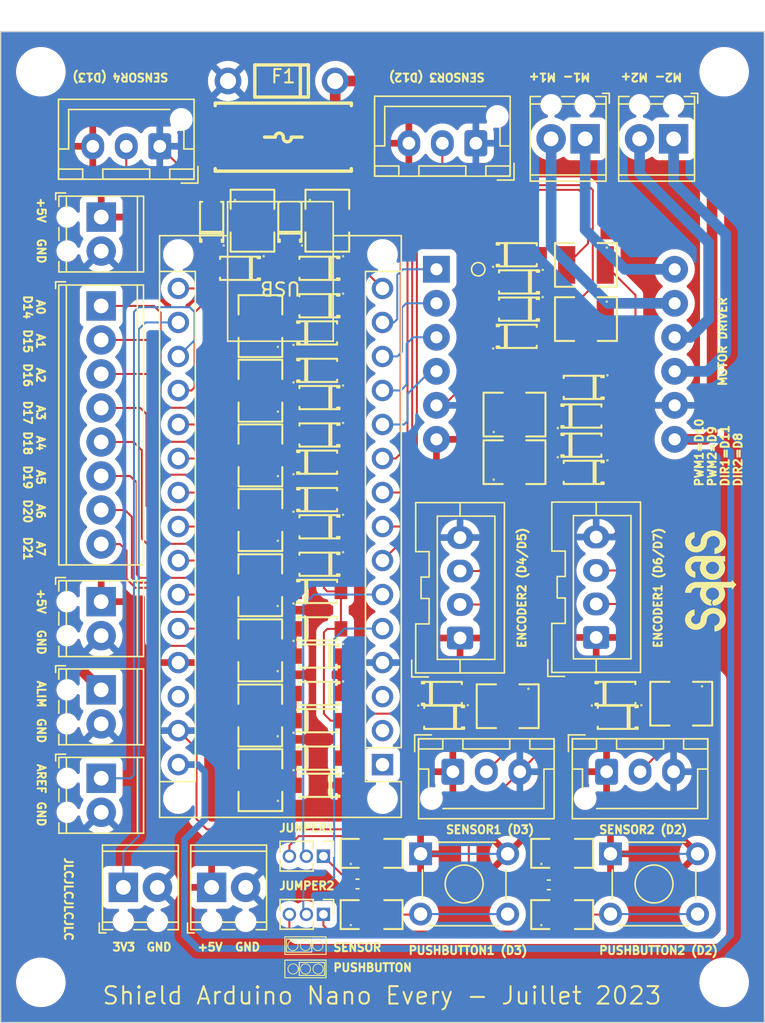
<source format=kicad_pcb>
(kicad_pcb (version 20221018) (generator pcbnew)
  (layers (0 "F.Cu" signal) (31 "B.Cu" signal) (34 "B.Paste" user) (35 "F.Paste" user) (36 "B.SilkS" user "B.Silkscreen") (37 "F.SilkS" user "F.Silkscreen") (38 "B.Mask" user) (39 "F.Mask" user) (44 "Edge.Cuts" user))
  (net 0 "")
  (net 1 "/TX1")
  (net 2 "/RX1")
  (net 4 "/MOSI")
  (net 6 "/GND")
  (net 7 "/D2")
  (net 8 "/+5V")
  (net 9 "/D3")
  (net 10 "/D4")
  (net 11 "/D5")
  (net 12 "/D6")
  (net 13 "/D7")
  (net 14 "/D8")
  (net 15 "/D9")
  (net 16 "/A1")
  (net 17 "/A2")
  (net 18 "/MISO")
  (net 19 "/D10")
  (net 20 "/VBAT")
  (net 21 "Net-(J12-Pin_1)")
  (net 22 "Net-(J13-Pin_2)")
  (net 23 "/SCK")
  (net 24 "/3V3")
  (net 25 "/A0")
  (net 26 "/A3")
  (net 27 "/A4")
  (net 28 "/A5")
  (net 29 "/A6")
  (net 30 "/A7")
  (net 31 "Net-(J1-Pin_2)")
  (net 32 "Net-(J2-Pin_2)")
  (net 33 "Net-(J3-Pin_2)")
  (net 34 "Net-(J8-Pin_1)")
  (net 35 "Net-(J8-Pin_2)")
  (net 36 "Net-(J8-Pin_3)")
  (net 37 "Net-(J8-Pin_4)")
  (net 38 "Net-(J8-Pin_5)")
  (net 39 "Net-(J8-Pin_6)")
  (net 40 "Net-(J8-Pin_7)")
  (net 41 "Net-(J8-Pin_8)")
  (net 42 "Net-(J9-Pin_1)")
  (net 43 "Net-(J9-Pin_2)")
  (net 44 "Net-(J11-Pin_1)")
  (net 45 "Net-(J11-Pin_2)")
  (net 46 "Net-(J7-Pin_3)")
  (net 47 "Net-(J7-Pin_2)")
  (net 48 "Net-(J10-Pin_3)")
  (net 49 "Net-(J10-Pin_2)")
  (net 50 "Net-(R17-Pad2)")
  (net 51 "Net-(R19-Pad2)")
  (net 52 "Net-(J14-Pin_1)")
  (net 53 "Net-(J15-Pin_1)")
  (net 54 "Net-(D1-A)")
  (net 55 "Net-(D3-A)")
  (net 56 "/AREF")
  (footprint "SHIELD footprint:TerminalBlock_Phoenix_MPT-0,5-2-2.54_1x02_P2.54mm_Horizontal" (layer "F.Cu") (at 154.2288 64.008 180)
    (fp_text reference "J11" hide)
    (fp_text value "Conn_01x02_Pin")
  )
  (footprint "SHIELD footprint:SOD-123_L2.8-W1.8-LS3.7-RD" (layer "F.Cu") (at 127.705595 81.298)
    (fp_text reference "D10" hide)
    (fp_text value "D_Schottky")
  )
  (footprint "SHIELD footprint:R1210" (layer "F.Cu") (at 142.352 88.156)
    (fp_text reference "R13" hide)
    (fp_text value "R_US")
  )
  (footprint "SHIELD footprint:SOD-123_L2.8-W1.8-LS3.7-RD" (layer "F.Cu") (at 147.432 86.886)
    (fp_text reference "D26" hide)
    (fp_text value "D_Schottky")
  )
  (footprint "SHIELD footprint:R1210" (layer "F.Cu") (at 123.376932 102.208801 90)
    (fp_text reference "R10" hide)
    (fp_text value "R_US")
  )
  (footprint "SHIELD footprint:SOD-123_L2.8-W1.8-LS3.7-RD" (layer "F.Cu") (at 147.432 88.918 180)
    (fp_text reference "D25" hide)
    (fp_text value "D_Schottky")
  )
  (footprint "Connector_JST:JST_XA_B04B-XASK-1_1x04_P2.50mm_Vertical" (layer "F.Cu") (at 148.448 101.244 90)
    (fp_text reference "J7" hide)
    (fp_text value "Conn_01x04")
  )
  (footprint "Connector_JST:JST_XA_B04B-XASK-1_1x04_P2.50mm_Vertical" (layer "F.Cu") (at 138.288 101.284 90)
    (fp_text reference "J10" hide)
    (fp_text value "Conn_01x04")
  )
  (footprint "SHIELD footprint:R1210" (layer "F.Cu") (at 122.794 70.122 -90)
    (fp_text reference "R16" hide)
    (fp_text value "R_US")
  )
  (footprint "SHIELD footprint:TerminalBlock_Phoenix_MPT-0,5-2-2.54_1x02_P2.54mm_Horizontal" (layer "F.Cu") (at 111.506 111.76 -90)
    (fp_text reference "J19" hide)
    (fp_text value "Conn_01x02_Pin")
  )
  (footprint "SHIELD footprint:SOD-123_L2.8-W1.8-LS3.7-RD" (layer "F.Cu") (at 127.705595 88.156)
    (fp_text reference "D12" hide)
    (fp_text value "D_Schottky")
  )
  (footprint "SHIELD footprint:SOD-123_L2.8-W1.8-LS3.7-RD" (layer "F.Cu") (at 127.705595 110.254)
    (fp_text reference "D22" hide)
    (fp_text value "D_Schottky")
  )
  (footprint "SHIELD footprint:SOD-123_L2.8-W1.8-LS3.7-RD" (layer "F.Cu") (at 121.778 73.678 180)
    (fp_text reference "D32" hide)
    (fp_text value "D_Schottky")
  )
  (footprint "SHIELD footprint:R1210" (layer "F.Cu") (at 141.844 106.378 180)
    (fp_text reference "R2" hide)
    (fp_text value "R_US")
  )
  (footprint "SHIELD footprint:R1210" (layer "F.Cu") (at 154.798 106.19 180)
    (fp_text reference "R1" hide)
    (fp_text value "R_US")
  )
  (footprint "SHIELD footprint:R1210" (layer "F.Cu") (at 123.376932 107.072399 90)
    (fp_text reference "R9" hide)
    (fp_text value "R_US")
  )
  (footprint "Connector_JST:JST_XH_B3B-XH-AM_1x03_P2.50mm_Vertical" (layer "F.Cu") (at 115.8748 64.5668 180)
    (fp_text reference "J13" hide)
    (fp_text value "Conn_01x03_Pin")
  )
  (footprint "SHIELD footprint:SOD-123_L2.8-W1.8-LS3.7-RD" (layer "F.Cu") (at 147.432 82.568 180)
    (fp_text reference "D23" hide)
    (fp_text value "D_Schottky")
  )
  (footprint "SHIELD footprint:SOD-123_L2.8-W1.8-LS3.7-RD" (layer "F.Cu") (at 127.705595 107.46)
    (fp_text reference "D18" hide)
    (fp_text value "D_Schottky")
  )
  (footprint "SHIELD footprint:SOD-123_L2.8-W1.8-LS3.7-RD" (layer "F.Cu") (at 127.705595 86.124 180)
    (fp_text reference "D11" hide)
    (fp_text value "D_Schottky")
  )
  (footprint "SHIELD footprint:TerminalBlock_Phoenix_MPT-0,5-2-2.54_1x02_P2.54mm_Horizontal" (layer "F.Cu") (at 119.746 119.906)
    (fp_text reference "J4" hide)
    (fp_text value "Conn_01x02_Pin")
  )
  (footprint "SHIELD footprint:SOD-123_L2.8-W1.8-LS3.7-RD" (layer "F.Cu") (at 142.606 78.758)
    (fp_text reference "D27" hide)
    (fp_text value "D_Schottky")
  )
  (footprint "SHIELD footprint:TerminalBlock_Phoenix_MPT-0,5-2-2.54_1x02_P2.54mm_Horizontal" (layer "F.Cu") (at 147.6248 64.008 180)
    (fp_text reference "J9" hide)
    (fp_text value "Conn_01x02_Pin")
  )
  (footprint "SHIELD footprint:R1210" (layer "F.Cu") (at 147.686 77.47 180)
    (fp_text reference "R14" hide)
    (fp_text value "R_US")
  )
  (footprint "Module:Arduino_Nano_WithMountingHoles" (layer "F.Cu") (at 132.5 110.74 180)
    (fp_text reference "A1" hide)
    (fp_text value "Arduino_Nano_Every")
  )
  (footprint "" (layer "F.Cu") (at 158 59)
    (fp_text reference "" hide)
    (fp_text value "")
  )
  (footprint "SHIELD footprint:SOD-123_L2.8-W1.8-LS3.7-RD" (layer "F.Cu") (at 142.606 74.694 180)
    (fp_text reference "D30" hide)
    (fp_text value "D_Schottky")
  )
  (footprint "SHIELD footprint:SOD-123_L2.8-W1.8-LS3.7-RD" (layer "F.Cu") (at 142.606 76.726 180)
    (fp_text reference "D28" hide)
    (fp_text value "D_Schottky")
  )
  (footprint "Connector_PinHeader_1.27mm:PinHeader_1x03_P1.27mm_Vertical" (layer "F.Cu") (at 128.09 121.92 -90)
    (fp_text reference "J15" hide)
    (fp_text value "Conn_01x03_Pin")
  )
  (footprint "Connector_JST:JST_XH_B3B-XH-AM_1x03_P2.50mm_Vertical" (layer "F.Cu") (at 139.4676 64.3382 180)
    (fp_text reference "J3" hide)
    (fp_text value "Conn_01x03_Pin")
  )
  (footprint "Connector_PinHeader_1.27mm:PinHeader_1x03_P1.27mm_Vertical" (layer "F.Cu") (at 128.09 117.58 -90)
    (fp_text reference "J14" hide)
    (fp_text value "Conn_01x03_Pin")
  )
  (footprint "logo:logo" (layer "F.Cu") (at 157 97.028 90)
    (fp_text reference "G***" hide)
    (fp_text value "LOGO" hide)
  )
  (footprint "SHIELD footprint:R1210" (layer "F.Cu") (at 123.387595 111.898399 90)
    (fp_text reference "R11" hide)
    (fp_text value "R_US")
  )
  (footprint "SHIELD footprint:SOD-123_L2.8-W1.8-LS3.7-RD" (layer "F.Cu") (at 149.972 107.206 180)
    (fp_text reference "D2" hide)
    (fp_text value "D_Schottky")
  )
  (footprint "SHIELD footprint:TerminalBlock_Phoenix_MPT-0,5-8-2.54_1x08_P2.54mm_Horizontal" (layer "F.Cu") (at 111.5 76.487 -90)
    (fp_text reference "J8" hide)
    (fp_text value "Conn_01x08_Pin")
  )
  (footprint "" (layer "F.Cu") (at 107 127)
    (fp_text reference "" hide)
    (fp_text value "")
  )
  (footprint "Capacitor_SMD:C_0402_1005Metric" (layer "F.Cu") (at 144.91 119.72)
    (fp_text reference "C2" hide)
    (fp_text value "C")
  )
  (footprint "Capacitor_SMD:C_0402_1005Metric" (layer "F.Cu") (at 130.630915 119.652)
    (fp_text reference "C1" hide)
    (fp_text value "C")
  )
  (footprint "SHIELD footprint:R1210" (layer "F.Cu") (at 123.387595 92.474 90)
    (fp_text reference "R7" hide)
    (fp_text value "R_US")
  )
  (footprint "SHIELD footprint:TerminalBlock_Phoenix_MPT-0,5-2-2.54_1x02_P2.54mm_Horizontal" (layer "F.Cu") (at 111.5 98.57 -90)
    (fp_text reference "J6" hide)
    (fp_text value "Conn_01x02_Pin")
  )
  (footprint "SHIELD footprint:TerminalBlock_Phoenix_MPT-0,5-2-2.54_1x02_P2.54mm_Horizontal" (layer "F.Cu") (at 111.5 105.156 -90)
    (fp_text reference "J12" hide)
    (fp_text value "Conn_01x02_Pin")
  )
  (footprint "SHIELD footprint:R1206" (layer "F.Cu") (at 145.908 121.938)
    (fp_text reference "R20" hide)
    (fp_text value "R_US")
  )
  (footprint "Connector_JST:JST_XH_B3B-XH-AM_1x03_P2.50mm_Vertical" (layer "F.Cu") (at 149.225 111.27)
    (fp_text reference "J1" hide)
    (fp_text value "Conn_01x03_Pin")
  )
  (footprint "SHIELD footprint:SOD-123_L2.8-W1.8-LS3.7-RD" (layer "F.Cu") (at 127.705595 97.808)
    (fp_text reference "D16" hide)
    (fp_text value "D_Schottky")
  )
  (footprint "SHIELD footprint:SOD-123_L2.8-W1.8-LS3.7-RD" (layer "F.Cu") (at 125.588 70.122 90)
    (fp_text reference "D6" hide)
    (fp_text value "D_Schottky")
  )
  (footprint "SHIELD footprint:TerminalBlock_Phoenix_MPT-0,5-2-2.54_1x02_P2.54mm_Horizontal" (layer "F.Cu") (at 111.506 69.85 -90)
    (fp_text reference "J17" hide)
    (fp_text value "Conn_01x02_Pin")
  )
  (footprint "SHIELD footprint:R1210" (layer "F.Cu") (at 123.387595 87.648 90)
    (fp_text reference "R6" hide)
    (fp_text value "R_US")
  )
  (footprint "SHIELD footprint:R1210" (layer "F.Cu") (at 142.352 84.6)
    (fp_text reference "R12" hide)
    (fp_text value "R_US")
  )
  (footprint "SHIELD footprint:SOD-123_L2.8-W1.8-LS3.7-RD" (layer "F.Cu") (at 127.705595 102.634 180)
    (fp_text reference "D19" hide)
    (fp_text value "D_Schottky")
  )
  (footprint "" (layer "F.Cu") (at 107 59)
    (fp_text reference "" hide)
    (fp_text value "")
  )
  (footprint "SHIELD footprint:SOD-123_L2.8-W1.8-LS3.7-RD" (layer "F.Cu") (at 127.705595 83.33 180)
    (fp_text reference "D9" hide)
    (fp_text value "D_Schottky")
  )
  (footprint "SHIELD footprint:R1210" (layer "F.Cu") (at 123.387595 82.822 90)
    (fp_text reference "R5" hide)
    (fp_text value "R_US")
  )
  (footprint "SHIELD footprint:SOD-123_L2.8-W1.8-LS3.7-RD" (layer "F.Cu") (at 127.705595 90.95)
    (fp_text reference "D14" hide)
    (fp_text value "D_Schottky")
  )
  (footprint "SHIELD footprint:SOD-123_L2.8-W1.8-LS3.7-RD" (layer "F.Cu") (at 127.705595 78.504)
    (fp_text reference "D8" hide)
    (fp_text value "D_Schottky")
  )
  (footprint "SHIELD footprint:SOD-123_L2.8-W1.8-LS3.7-RD" (layer "F.Cu") (at 127.705595 95.776 180)
    (fp_text reference "D15" hide)
    (fp_text value "D_Schottky")
  )
  (footprint "SHIELD footprint:R1210" (layer "F.Cu") (at 147.686 73.424 180)
    (fp_text reference "R15" hide)
    (fp_text value "R_US")
  )
  (footprint "Connector_JST:JST_XH_B3B-XH-AM_1x03_P2.50mm_Vertical" (layer "F.Cu") (at 137.75 111.27)
    (fp_text reference "J2" hide)
    (fp_text value "Conn_01x03_Pin")
  )
  (footprint "SHIELD footprint:fuse" (layer "F.Cu") (at 125.095 63.881)
    (fp_text reference "F1")
    (fp_text value "Polyfuse")
  )
  (footprint "SHIELD footprint:DRI0044" (layer "F.Cu") (at 145.48 80.21)
    (fp_text reference "U1" hide)
    (fp_text value "DRI0044")
  )
  (footprint "SHIELD footprint:SOD-123_L2.8-W1.8-LS3.7-RD" (layer "F.Cu") (at 137.018 107.206 180)
    (fp_text reference "D4" hide)
    (fp_text value "D_Schottky")
  )
  (footprint "SHIELD footprint:DO-41G_BD2.4-L4.0-P8.00-D0.7-RD" (layer "F.Cu") (at 124.968 59.69 180)
    (fp_text reference "D31" hide)
    (fp_text value "D_Zener")
  )
  (footprint "logo:jumper2" (layer "F.Cu") (at 126.75 124.25)
    (fp_text reference "G***" hide)
    (fp_text value "LOGO" hide)
  )
  (footprint "SHIELD footprint:R1210" (layer "F.Cu") (at 128.382 70.122 -90)
    (fp_text reference "R3" hide)
    (fp_text value "R_US")
  )
  (footprint "SHIELD footprint:SOD-123_L2.8-W1.8-LS3.7-RD" (layer "F.Cu") (at 137.018 105.428)
    (fp_text reference "D3" hide)
    (fp_text value "D_Schottky")
  )
  (footprint "Button_Switch_THT:SW_TH_Tactile_Omron_B3F-10xx" (layer "F.Cu") (at 135.344 117.402)
    (fp_text reference "SW1" hide)
    (fp_text value "SW_Push")
  )
  (footprint "" (layer "F.Cu") (at 158 127)
    (fp_text reference "" hide)
    (fp_text value "")
  )
  (footprint "SHIELD footprint:R1210" (layer "F.Cu") (at 123.376932 97.343589 90)
    (fp_text reference "R8" hide)
    (fp_text value "R_US")
  )
  (footprint "SHIELD footprint:SOD-123_L2.8-W1.8-LS3.7-RD" (layer "F.Cu") (at 147.432 84.708286)
    (fp_text reference "D24" hide)
    (fp_text value "D_Schottky")
  )
  (footprint "SHIELD footprint:SOD-123_L2.8-W1.8-LS3.7-RD" (layer "F.Cu") (at 127.705595 105.428 180)
    (fp_text reference "D17" hide)
    (fp_text value "D_Schottky")
  )
  (footprint "SHIELD footprint:R1206" (layer "F.Cu") (at 131.684 121.938)
    (fp_text reference "R18" hide)
    (fp_text value "R_US")
  )
  (footprint "Button_Switch_THT:SW_TH_Tactile_Omron_B3F-10xx" (layer "F.Cu") (at 149.516 117.402)
    (fp_text reference "SW2" hide)
    (fp_text value "SW_Push")
  )
  (footprint "SHIELD footprint:SOD-123_L2.8-W1.8-LS3.7-RD" (layer "F.Cu") (at 142.606 72.662)
    (fp_text reference "D29" hide)
    (fp_text value "D_Schottky")
  )
  (footprint "SHIELD footprint:SOD-123_L2.8-W1.8-LS3.7-RD" (layer "F.Cu") (at 127.705595 92.982 180)
    (fp_text reference "D13" hide)
    (fp_text value "D_Schottky")
  )
  (footprint "logo:jumper2" (layer "F.Cu") (at 126.75 126 180)
    (fp_text reference "G***" hide)
    (fp_text value "LOGO" hide)
  )
  (footprint "SHIELD footprint:SOD-123_L2.8-W1.8-LS3.7-RD" (layer "F.Cu") (at 119.746 70.122 90)
    (fp_text reference "D33" hide)
    (fp_text value "D_Schottky")
  )
  (footprint "SHIELD footprint:SOD-123_L2.8-W1.8-LS3.7-RD" (layer "F.Cu") (at 127.705595 76.472 180)
    (fp_text reference "D7" hide)
    (fp_text value "D_Schottky")
  )
  (footprint "SHIELD footprint:SOD-123_L2.8-W1.8-LS3.7-RD" (layer "F.Cu") (at 127.705595 73.678 180)
    (fp_text reference "D5" hide)
    (fp_text value "D_Schottky")
  )
  (footprint "SHIELD footprint:R1210" (layer "F.Cu") (at 123.387595 77.996 90)
    (fp_text reference "R4" hide)
    (fp_text value "R_US")
  )
  (footprint "SHIELD footprint:SOD-123_L2.8-W1.8-LS3.7-RD" (layer "F.Cu") (at 127.705595 112.286 180)
    (fp_text reference "D21" hide)
    (fp_text value "D_Schottky")
  )
  (footprint "SHIELD footprint:R1206" (layer "F.Cu") (at 131.684 117.366)
    (fp_text reference "R17" hide)
    (fp_text value "R_US")
  )
  (footprint "SHIELD footprint:TerminalBlock_Phoenix_MPT-0,5-2-2.54_1x02_P2.54mm_Horizontal" (layer "F.Cu") (at 113.157 119.906)
    (fp_text reference "J18" hide)
    (fp_text value "Conn_01x02_Pin")
  )
  (footprint "SHIELD footprint:R1206" (layer "F.Cu") (at 145.908 117.366)
    (fp_text reference "R19" hide)
    (fp_text value "R_US")
  )
  (footprint "SHIELD footprint:SOD-123_L2.8-W1.8-LS3.7-RD" (layer "F.Cu") (at 149.972 105.428)
    (fp_text reference "D1" hide)
    (fp_text value "D_Schottky")
  )
  (footprint "SHIELD footprint:SOD-123_L2.8-W1.8-LS3.7-RD" (layer "F.Cu") (at 127.705595 100.602)
    (fp_text reference "D20" hide)
    (fp_text value "D_Schottky")
  )
  (gr_rect (start 104 56) (end 161 130) (stroke (width 0.1)) (fill none) (layer "Edge.Cuts"))
  (gr_text "A5\nD19" (at 105.664 89.281 270) (layer "F.SilkS") (effects (font (size 0.6 0.6)) (justify bottom)))
  (gr_text "A4\nD18" (at 105.664 86.741 270) (layer "F.SilkS") (effects (font (size 0.6 0.6)) (justify bottom)))
  (gr_text "M1-" (at 148.082 59.055 180) (layer "F.SilkS") (effects (font (size 0.6 0.6)) (justify left bottom)))
  (gr_text "ALIM" (at 106.68 104.394 270) (layer "F.SilkS") (effects (font (size 0.6 0.6)) (justify left bottom)))
  (gr_text "M2-" (at 154.94 59.055 180) (layer "F.SilkS") (effects (font (size 0.6 0.6)) (justify left bottom)))
  (gr_text "+5V" (at 106.68 68.326 270) (layer "F.SilkS") (effects (font (size 0.6 0.6)) (justify left bottom)))
  (gr_text "A7\nD21" (at 105.664 94.615 270) (layer "F.SilkS") (effects (font (size 0.6 0.6)) (justify bottom)))
  (gr_text "A3\nD17" (at 105.664 84.455 270) (layer "F.SilkS") (effects (font (size 0.6 0.6)) (justify bottom)))
  (gr_text "M1+" (at 145.542 59.055 180) (layer "F.SilkS") (effects (font (size 0.6 0.6)) (justify left bottom)))
  (gr_text "SENSOR1 (D3)" (at 137.16 115.951) (layer "F.SilkS") (effects (font (size 0.6 0.6)) (justify left bottom)))
  (gr_text "A6\nD20" (at 105.664 91.821 270) (layer "F.SilkS") (effects (font (size 0.6 0.6)) (justify bottom)))
  (gr_text "SENSOR2 (D2)" (at 148.59 115.951) (layer "F.SilkS") (effects (font (size 0.6 0.6)) (justify left bottom)))
  (gr_text "AREF" (at 106.68 110.617 270) (layer "F.SilkS") (effects (font (size 0.6 0.6)) (justify left bottom)))
  (gr_text "M2+" (at 152.4 59.055 180) (layer "F.SilkS") (effects (font (size 0.6 0.6)) (justify left bottom)))
  (gr_text "+5V" (at 106.68 97.536 -90) (layer "F.SilkS") (effects (font (size 0.6 0.6)) (justify left bottom)))
  (gr_text "GND" (at 106.68 100.584 -90) (layer "F.SilkS") (effects (font (size 0.6 0.6)) (justify left bottom)))
  (gr_text "GND" (at 106.68 71.374 -90) (layer "F.SilkS") (effects (font (size 0.6 0.6)) (justify left bottom)))
  (gr_text "PUSHBUTTON2 (D2)" (at 148.59 124.968) (layer "F.SilkS") (effects (font (size 0.6 0.6)) (justify left bottom)))
  (gr_text "+5V" (at 118.618 124.714) (layer "F.SilkS") (effects (font (size 0.6 0.6)) (justify left bottom)))
  (gr_text "GND" (at 106.68 107.188 -90) (layer "F.SilkS") (effects (font (size 0.6 0.6)) (justify left bottom)))
  (gr_text "3V3" (at 112.268 124.714) (layer "F.SilkS") (effects (font (size 0.6 0.6)) (justify left bottom)))
  (gr_text "SENSOR3 (D12)" (at 140.208 59.055 180) (layer "F.SilkS") (effects (font (size 0.6 0.6)) (justify left bottom)))
  (gr_text "JLCJLCJLCJLC" (at 108.712 117.602 270) (layer "F.SilkS") (effects (font (size 0.6 0.6)) (justify left bottom)))
  (gr_text "JUMPER1" (at 124.714 115.824) (layer "F.SilkS") (effects (font (size 0.6 0.6)) (justify left bottom)))
  (gr_text "PWM1=D10\nPWM2=D9\nDIR1=D11\nDIR2=D8" (at 159.385 90.043 90) (layer "F.SilkS") (effects (font (size 0.6 0.6)) (justify left bottom)))
  (gr_text "JUMPER2" (at 124.714 120.142) (layer "F.SilkS") (effects (font (size 0.6 0.6)) (justify left bottom)))
  (gr_text "SENSOR" (at 128.75 124.75) (layer "F.SilkS") (effects (font (size 0.6 0.6)) (justify left bottom)))
  (gr_text "A0\nD14" (at 105.664 76.581 270) (layer "F.SilkS") (effects (font (size 0.6 0.6)) (justify bottom)))
  (gr_text "GND" (at 106.68 113.411 -90) (layer "F.SilkS") (effects (font (size 0.6 0.6)) (justify left bottom)))
  (gr_text "PUSHBUTTON1 (D3)" (at 134.366 124.968) (layer "F.SilkS") (effects (font (size 0.6 0.6)) (justify left bottom)))
  (gr_text "ENCODER1 (D6/D7)" (at 153.416 102.108 90) (layer "F.SilkS") (effects (font (size 0.6 0.6)) (justify left bottom)))
  (gr_text "ENCODER2 (D4/D5)" (at 143.256 102.108 90) (layer "F.SilkS") (effects (font (size 0.6 0.6)) (justify left bottom)))
  (gr_text "A2\nD16" (at 105.664 81.661 270) (layer "F.SilkS") (effects (font (size 0.6 0.6)) (justify bottom)))
  (gr_text "SENSOR4 (D13)" (at 116.586 59.055 180) (layer "F.SilkS") (effects (font (size 0.6 0.6)) (justify left bottom)))
  (gr_text "PUSHBUTTON" (at 128.75 126.25) (layer "F.SilkS") (effects (font (size 0.6 0.6)) (justify left bottom)))
  (gr_text "GND" (at 121.412 124.714) (layer "F.SilkS") (effects (font (size 0.6 0.6)) (justify left bottom)))
  (gr_text "GND" (at 114.808 124.714) (layer "F.SilkS") (effects (font (size 0.6 0.6)) (justify left bottom)))
  (gr_text "MOTOR DRIVER" (at 158.242 82.55 90) (layer "F.SilkS") (effects (font (size 0.6 0.6)) (justify left bottom)))
  (gr_text "Shield Arduino Nano Every - Juillet 2023" (at 111.5 128.75) (layer "F.SilkS") (effects (font (size 1.3 1.3)) (justify left bottom)))
  (gr_text "A1\nD15" (at 105.664 79.121 270) (layer "F.SilkS") (effects (font (size 0.6 0.6)) (justify bottom)))
  (segment (start 134.022 73.75) (end 136.525 73.75) (width 0.15) (layer "B.Cu") (net 4))
  (segment (start 133.604 74.168) (end 134.022 73.75) (width 0.15) (layer "B.Cu") (net 4))
  (segment (start 133.604 77.47) (end 133.604 74.168) (width 0.15) (layer "B.Cu") (net 4))
  (segment (start 132.5 77.72) (end 133.354 77.72) (width 0.15) (layer "B.Cu") (net 4))
  (segment (start 133.354 77.72) (end 133.604 77.47) (width 0.15) (layer "B.Cu") (net 4))
  (segment (start 129.398 107.46) (end 128.636 107.46) (width 0.15) (layer "F.Cu") (net 6))
  (segment (start 137.07 83.91) (end 136.525 83.91) (width 0.15) (layer "F.Cu") (net 6))
  (segment (start 129.398 78.504) (end 129.398 81.298) (width 0.15) (layer "F.Cu") (net 6))
  (segment (start 139.954 77.685595) (end 139.954 81.026) (width 0.15) (layer "F.Cu") (net 6))
  (segment (start 140.913595 76.726) (end 139.954 77.685595) (width 0.15) (layer "F.Cu") (net 6))
  (segment (start 119.746 68.429595) (end 121.119595 67.056) (width 0.15) (layer "F.Cu") (net 6))
  (segment (start 150.368 88.129595) (end 149.124405 86.886) (width 0.15) (layer "F.Cu") (net 6))
  (segment (start 145.437085 118.373876) (end 144.429209 117.366) (width 0.15) (layer "F.Cu") (net 6))
  (segment (start 131.176 119.652) (end 131.176 118.336791) (width 0.15) (layer "F.Cu") (net 6))
  (segment (start 128.288 88.156) (end 128.016 87.884) (width 0.15) (layer "F.Cu") (net 6))
  (segment (start 128.128 91.458) (end 128.636 90.95) (width 0.15) (layer "F.Cu") (net 6))
  (segment (start 131.176 118.336791) (end 130.205209 117.366) (width 0.15) (layer "F.Cu") (net 6))
  (segment (start 128.128 97.554) (end 128.128 91.458) (width 0.15) (layer "F.Cu") (net 6))
  (segment (start 135.053595 106.934) (end 129.924 106.934) (width 0.15) (layer "F.Cu") (net 6))
  (segment (start 139.954 81.026) (end 137.07 83.91) (width 0.15) (layer "F.Cu") (net 6))
  (segment (start 129.398 107.46) (end 129.398 110.254) (width 0.15) (layer "F.Cu") (net 6))
  (segment (start 128.382 100.602) (end 129.398 100.602) (width 0.15) (layer "F.Cu") (net 6))
  (segment (start 145.437085 119.652) (end 145.437085 118.373876) (width 0.15) (layer "F.Cu") (net 6))
  (segment (start 148.448 93.744) (end 149.588 93.744) (width 0.15) (layer "F.Cu") (net 6))
  (segment (start 138.94 115.08) (end 142.75 111.27) (width 0.15) (layer "F.Cu") (net 6))
  (segment (start 124.214405 67.056) (end 125.588 68.429595) (width 0.15) (layer "F.Cu") (net 6))
  (segment (start 140.913595 76.726) (end 140.913595 74.694) (width 0.15) (layer "F.Cu") (net 6))
  (segment (start 131.729209 115.842) (end 134.224 115.842) (width 0.15) (layer "F.Cu") (net 6))
  (segment (start 148.279595 107.206) (end 146.814 107.206) (width 0.15) (layer "F.Cu") (net 6))
  (segment (start 149.588 93.744) (end 150.368 92.964) (width 0.15) (layer "F.Cu") (net 6))
  (segment (start 138.94 115.08) (end 138.94 119.128) (width 0.15) (layer "F.Cu") (net 6))
  (segment (start 138.94 119.128) (end 139.446 119.634) (width 0.15) (layer "F.Cu") (net 6))
  (segment (start 118.618 109.558) (end 117.26 108.2) (width 0.15) (layer "F.Cu") (net 6))
  (segment (start 134.224 115.842) (end 134.986 115.08) (width 0.15) (layer "F.Cu") (net 6))
  (segment (start 128.636 90.95) (end 129.398 90.95) (width 0.15) (layer "F.Cu") (net 6))
  (segment (start 115.8748 64.5668) (end 119.737595 68.429595) (width 0.15) (layer "F.Cu") (net 6))
  (segment (start 129.924 106.934) (end 129.398 107.46) (width 0.15) (layer "F.Cu") (net 6))
  (segment (start 128.636 107.46) (end 128.128 106.952) (width 0.15) (layer "F.Cu") (net 6))
  (segment (start 119.38 115.57) (end 118.618 114.808) (width 0.15) (layer "F.Cu") (net 6))
  (segment (start 128.506 81.298) (end 129.398 81.298) (width 0.15) (layer "F.Cu") (net 6))
  (segment (start 129.398 88.156) (end 129.398 90.95) (width 0.15) (layer "F.Cu") (net 6))
  (segment (start 128.128 100.856) (end 128.382 100.602) (width 0.15) (layer "F.Cu") (net 6))
  (segment (start 130.81 115.316) (end 130.556 115.57) (width 0.15) (layer "F.Cu") (net 6))
  (segment (start 142.161209 119.634) (end 144.429209 117.366) (width 0.15) (layer "F.Cu") (net 6))
  (segment (start 118.618 114.808) (end 118.618 109.558) (width 0.15) (layer "F.Cu") (net 6))
  (segment (start 128.382 97.808) (end 128.128 97.554) (width 0.15) (layer "F.Cu") (net 6))
  (segment (start 129.398 110.254) (end 130.574 110.254) (width 0.15) (layer "F.Cu") (net 6))
  (segment (start 128.016 81.788) (end 128.506 81.298) (width 0.15) (layer "F.Cu") (net 6))
  (segment (start 129.398 97.808) (end 128.382 97.808) (width 0.15) (layer "F.Cu") (net 6))
  (segment (start 139.446 119.634) (end 142.161209 119.634) (width 0.15) (layer "F.Cu") (net 6))
  (segment (start 149.124405 84.708286) (end 149.124405 86.886) (width 0.15) (layer "F.Cu") (net 6))
  (segment (start 129.398 88.156) (end 128.288 88.156) (width 0.15) (layer "F.Cu") (net 6))
  (segment (start 135.325595 107.206) (end 135.053595 106.934) (width 0.15) (layer "F.Cu") (net 6))
  (segment (start 129.398 97.808) (end 129.398 100.602) (width 0.15) (layer "F.Cu") (net 6))
  (segment (start 150.368 92.964) (end 150.368 88.129595) (width 0.15) (layer "F.Cu") (net 6))
  (segment (start 134.986 115.08) (end 138.94 115.08) (width 0.15) (layer "F.Cu") (net 6))
  (segment (start 121.119595 67.056) (end 124.214405 67.056) (width 0.15) (layer "F.Cu") (net 6))
  (segment (start 130.574 110.254) (end 130.81 110.49) (width 0.15) (layer "F.Cu") (net 6))
  (segment (start 128.128 106.952) (end 128.128 100.856) (width 0.15) (layer "F.Cu") (net 6))
  (segment (start 146.814 107.206) (end 142.75 111.27) (width 0.15) (layer "F.Cu") (net 6))
  (segment (start 130.205209 117.366) (end 131.729209 115.842) (width 0.15) (layer "F.Cu") (net 6))
  (segment (start 128.016 87.884) (end 128.016 81.788) (width 0.15) (layer "F.Cu") (net 6))
  (segment (start 130.556 115.57) (end 119.38 115.57) (width 0.15) (layer "F.Cu") (net 6))
  (segment (start 119.737595 68.429595) (end 119.746 68.429595) (width 0.15) (layer "F.Cu") (net 6))
  (segment (start 130.81 110.49) (end 130.81 115.316) (width 0.15) (layer "F.Cu") (net 6))
  (segment (start 128.89 119.144) (end 128.89 101.364) (width 0.15) (layer "B.Cu") (net 7))
  (segment (start 127.112 119.652) (end 128.382 119.652) (width 0.15) (layer "B.Cu") (net 7))
  (segment (start 126.588 120.176) (end 127.112 119.652) (width 0.15) (layer "B.Cu") (net 7))
  (segment (start 128.89 101.364) (end 129.674 100.58) (width 0.15) (layer "B.Cu") (net 7))
  (segment (start 129.674 100.58) (end 132.5 100.58) (width 0.15) (layer "B.Cu") (net 7))
  (segment (start 126.588 122.192) (end 126.588 120.176) (width 0.15) (layer "B.Cu") (net 7))
  (segment (start 128.382 119.652) (end 128.89 119.144) (width 0.15) (layer "B.Cu") (net 7))
  (segment (start 149.516 117.402) (end 156.016 117.402) (width 0.15) (layer "B.Cu") (net 8))
  (segment (start 135.344 117.402) (end 141.844 117.402) (width 0.15) (layer "B.Cu") (net 8))
  (segment (start 127.388 98.04) (end 132.5 98.04) (width 0.15) (layer "B.Cu") (net 9))
  (segment (start 126.588 117.572) (end 126.588 98.84) (width 0.15) (layer "B.Cu") (net 9))
  (segment (start 126.588 98.84) (end 127.388 98.04) (width 0.15) (layer "B.Cu") (net 9))
  (segment (start 135.066 92.934) (end 135.066 69.136974) (width 0.15) (layer "F.Cu") (net 10))
  (segment (start 145.631309 84.6) (end 145.739595 84.708286) (width 0.15) (layer "F.Cu") (net 10))
  (segment (start 135.066 69.136974) (end 135.622974 68.58) (width 0.15) (layer "F.Cu") (net 10))
  (segment (start 143.793199 81.042173) (end 143.793199 84.6) (width 0.15) (layer "F.Cu") (net 10))
  (segment (start 142.507026 68.58) (end 142.906 68.978974) (width 0.15) (layer "F.Cu") (net 10))
  (segment (start 143.793199 84.6) (end 145.631309 84.6) (width 0.15) (layer "F.Cu") (net 10))
  (segment (start 135.622974 68.58) (end 142.507026 68.58) (width 0.15) (layer "F.Cu") (net 10))
  (segment (start 132.5 95.5) (end 135.066 92.934) (width 0.15) (layer "F.Cu") (net 10))
  (segment (start 142.906 68.978974) (end 142.906 80.154974) (width 0.15) (layer "F.Cu") (net 10))
  (segment (start 142.906 80.154974) (end 143.793199 81.042173) (width 0.15) (layer "F.Cu") (net 10))
  (segment (start 145.739595 82.568) (end 145.739595 84.708286) (width 0.15) (layer "F.Cu") (net 10))
  (segment (start 143.256 68.834) (end 143.256 80.01) (width 0.15) (layer "F.Cu") (net 11))
  (segment (start 143.256 80.01) (end 143.764 80.518) (width 0.15) (layer "F.Cu") (net 11))
  (segment (start 146.05 80.518) (end 146.558 81.026) (width 0.15) (layer "F.Cu") (net 11))
  (segment (start 142.652001 68.23) (end 143.256 68.834) (width 0.15) (layer "F.Cu") (net 11))
  (segment (start 145.739595 88.918) (end 145.739595 86.886) (width 0.15) (layer "F.Cu") (net 11))
  (segment (start 143.764 80.518) (end 146.05 80.518) (width 0.15) (layer "F.Cu") (net 11))
  (segment (start 132.5 92.96) (end 134.37 92.96) (width 0.15) (layer "F.Cu") (net 11))
  (segment (start 134.37 92.96) (end 134.716 92.614) (width 0.15) (layer "F.Cu") (net 11))
  (segment (start 146.558 86.067595) (end 145.739595 86.886) (width 0.15) (layer "F.Cu") (net 11))
  (segment (start 144.555199 88.918) (end 143.793199 88.156) (width 0.15) (layer "F.Cu") (net 11))
  (segment (start 134.716 68.992) (end 135.478 68.23) (width 0.15) (layer "F.Cu") (net 11))
  (segment (start 135.478 68.23) (end 142.652001 68.23) (width 0.15) (layer "F.Cu") (net 11))
  (segment (start 145.739595 88.918) (end 144.555199 88.918) (width 0.15) (layer "F.Cu") (net 11))
  (segment (start 146.558 81.026) (end 146.558 86.067595) (width 0.15) (layer "F.Cu") (net 11))
  (segment (start 134.716 92.614) (end 134.716 68.992) (width 0.15) (layer "F.Cu") (net 11))
  (segment (start 144.298405 72.662) (end 144.298405 74.694) (width 0.15) (layer "F.Cu") (net 12))
  (segment (start 135.004 67.818) (end 147.16 67.818) (width 0.15) (layer "F.Cu") (net 12))
  (segment (start 134.366 90.046) (end 134.366 68.456) (width 0.15) (layer "F.Cu") (net 12))
  (segment (start 144.298405 74.694) (end 144.974801 74.694) (width 0.15) (layer "F.Cu") (net 12))
  (segment (start 134.366 68.456) (end 135.004 67.818) (width 0.15) (layer "F.Cu") (net 12))
  (segment (start 147.844 71.824801) (end 146.244801 73.424) (width 0.15) (layer "F.Cu") (net 12))
  (segment (start 133.992 90.42) (end 134.366 90.046) (width 0.15) (layer "F.Cu") (net 12))
  (segment (start 144.974801 74.694) (end 146.244801 73.424) (width 0.15) (layer "F.Cu") (net 12))
  (segment (start 147.16 67.818) (end 147.844 68.502) (width 0.15) (layer "F.Cu") (net 12))
  (segment (start 132.5 90.42) (end 133.992 90.42) (width 0.15) (layer "F.Cu") (net 12))
  (segment (start 147.844 68.502) (end 147.844 71.824801) (width 0.15) (layer "F.Cu") (net 12))
  (segment (start 133.858 87.506) (end 133.858 68.469026) (width 0.15) (layer "F.Cu") (net 13))
  (segment (start 133.484 87.88) (end 133.858 87.506) (width 0.15) (layer "F.Cu") (net 13))
  (segment (start 148.194 67.836) (end 148.194 75.030801) (width 0.15) (layer "F.Cu") (net 13))
  (segment (start 133.858 68.469026) (end 134.859026 67.468) (width 0.15) (layer "F.Cu") (net 13))
  (segment (start 144.298405 78.758) (end 144.298405 76.726) (width 0.15) (layer "F.Cu") (net 13))
  (segment (start 132.5 87.88) (end 133.484 87.88) (width 0.15) (layer "F.Cu") (net 13))
  (segment (start 134.859026 67.468) (end 147.826 67.468) (width 0.15) (layer "F.Cu") (net 13))
  (segment (start 145.990801 76.726) (end 144.298405 76.726) (width 0.15) (layer "F.Cu") (net 13))
  (segment (start 146.244801 76.98) (end 145.990801 76.726) (width 0.15) (layer "F.Cu") (net 13))
  (segment (start 147.826 67.468) (end 148.194 67.836) (width 0.15) (layer "F.Cu") (net 13))
  (segment (start 148.194 75.030801) (end 146.244801 76.98) (width 0.15) (layer "F.Cu") (net 13))
  (segment (start 134.366 83.058) (end 136.054 81.37) (width 0.15) (layer "B.Cu") (net 14))
  (segment (start 134.366 85.09) (end 134.366 83.058) (width 0.15) (layer "B.Cu") (net 14))
  (segment (start 132.5 85.34) (end 134.116 85.34) (width 0.15) (layer "B.Cu") (net 14))
  (segment (start 136.054 81.37) (end 136.525 81.37) (width 0.15) (layer "B.Cu") (net 14))
  (segment (start 134.116 85.34) (end 134.366 85.09) (width 0.15) (layer "B.Cu") (net 14))
  (segment (start 134.784 78.83) (end 136.525 78.83) (width 0.15) (layer "B.Cu") (net 15))
  (segment (start 132.5 82.8) (end 133.862 82.8) (width 0.15) (layer "B.Cu") (net 15))
  (segment (start 134.304 82.358) (end 134.304 79.31) (width 0.15) (layer "B.Cu") (net 15))
  (segment (start 134.304 79.31) (end 134.784 78.83) (width 0.15) (layer "B.Cu") (net 15))
  (segment (start 133.862 82.8) (end 134.304 82.358) (width 0.15) (layer "B.Cu") (net 15))
  (segment (start 123.387595 81.380801) (end 125.930389 81.380801) (width 0.15) (layer "F.Cu") (net 16))
  (segment (start 117.26 85.34) (end 118.752 85.34) (width 0.15) (layer "F.Cu") (net 16))
  (segment (start 126.01319 83.33) (end 126.01319 81.298) (width 0.15) (layer "F.Cu") (net 16))
  (segment (start 118.752 85.34) (end 119.176 84.916) (width 0.15) (layer "F.Cu") (net 16))
  (segment (start 119.663199 81.380801) (end 123.387595 81.380801) (width 0.15) (layer "F.Cu") (net 16))
  (segment (start 125.930389 81.380801) (end 126.01319 81.298) (width 0.15) (layer "F.Cu") (net 16))
  (segment (start 119.176 81.868) (end 119.663199 81.380801) (width 0.15) (layer "F.Cu") (net 16))
  (segment (start 119.176 84.916) (end 119.176 81.868) (width 0.15) (layer "F.Cu") (net 16))
  (segment (start 119.746 87.648) (end 119.746 86.632) (width 0.15) (layer "F.Cu") (net 17))
  (segment (start 119.746 86.632) (end 120.171199 86.206801) (width 0.15) (layer "F.Cu") (net 17))
  (segment (start 119.514 87.88) (end 119.746 87.648) (width 0.15) (layer "F.Cu") (net 17))
  (segment (start 126.01319 88.156) (end 126.01319 86.124) (width 0.15) (layer "F.Cu") (net 17))
  (segment (start 120.171199 86.206801) (end 123.387595 86.206801) (width 0.15) (layer "F.Cu") (net 17))
  (segment (start 117.26 87.88) (end 119.514 87.88) (width 0.15) (layer "F.Cu") (net 17))
  (segment (start 123.387595 86.206801) (end 125.930389 86.206801) (width 0.15) (layer "F.Cu") (net 17))
  (segment (start 125.930389 86.206801) (end 126.01319 86.124) (width 0.15) (layer "F.Cu") (net 17))
  (segment (start 128.130794 71.814405) (end 128.382 71.563199) (width 0.15) (layer "F.Cu") (net 18))
  (segment (start 125.588 73.25281) (end 126.01319 73.678) (width 0.15) (layer "F.Cu") (net 18))
  (segment (start 125.588 71.814405) (end 128.130794 71.814405) (width 0.15) (layer "F.Cu") (net 18))
  (segment (start 132.5 75.18) (end 128.883199 71.563199) (width 0.15) (layer "F.Cu") (net 18))
  (segment (start 128.883199 71.563199) (end 128.382 71.563199) (width 0.15) (layer "F.Cu") (net 18))
  (segment (start 125.588 71.814405) (end 125.588 73.25281) (width 0.15) (layer "F.Cu") (net 18))
  (segment (start 132.5 80.26) (end 133.608 80.26) (width 0.15) (layer "B.Cu") (net 19))
  (segment (start 133.608 80.26) (end 133.954 79.914) (width 0.15) (layer "B.Cu") (net 19))
  (segment (start 134.276 76.29) (end 136.525 76.29) (width 0.15) (layer "B.Cu") (net 19))
  (segment (start 133.954 76.612) (end 134.276 76.29) (width 0.15) (layer "B.Cu") (net 19))
  (segment (start 133.954 79.914) (end 133.954 76.612) (width 0.15) (layer "B.Cu") (net 19))
  (segment (start 128.968 59.69) (end 154.94 59.69) (width 0.8) (layer "F.Cu") (net 20))
  (segment (start 156.628 86.45) (end 154.305 86.45) (width 0.8) (layer "F.Cu") (net 20))
  (segment (start 128.968 62.108) (end 127.195 63.881) (width 0.8) (layer "F.Cu") (net 20))
  (segment (start 157.099 61.849) (end 157.099 85.979) (width 0.8) (layer "F.Cu") (net 20))
  (segment (start 157.099 85.979) (end 156.628 86.45) (width 0.8) (layer "F.Cu") (net 20))
  (segment (start 128.968 59.69) (end 128.968 62.108) (width 0.8) (layer "F.Cu") (net 20))
  (segment (start 154.94 59.69) (end 157.099 61.849) (width 0.8) (layer "F.Cu") (net 20))
  (segment (start 117.729 116.335) (end 117.729 123.477) (width 0.5) (layer "B.Cu") (net 20))
  (segment (start 157.462 124.478) (end 158.496 123.444) (width 0.5) (layer "B.Cu") (net 20))
  (segment (start 119.238 114.826) (end 117.729 116.335) (width 0.5) (layer "B.Cu") (net 20))
  (segment (start 118.73 124.478) (end 157.462 124.478) (width 0.5) (layer "B.Cu") (net 20))
  (segment (start 117.729 123.477) (end 118.73 124.478) (width 0.5) (layer "B.Cu") (net 20))
  (segment (start 118.708 110.74) (end 119.238 111.27) (width 0.5) (layer "B.Cu") (net 20))
  (segment (start 158.496 87.376) (end 157.57 86.45) (width 0.5) (layer "B.Cu") (net 20))
  (segment (start 158.496 123.444) (end 158.496 87.376) (width 0.5) (layer "B.Cu") (net 20))
  (segment (start 117.26 110.74) (end 118.708 110.74) (width 0.5) (layer "B.Cu") (net 20))
  (segment (start 119.238 111.27) (end 119.238 114.826) (width 0.5) (layer "B.Cu") (net 20))
  (segment (start 157.57 86.45) (end 154.305 86.45) (width 0.5) (layer "B.Cu") (net 20))
  (segment (start 109.341 102.997) (end 111.5 105.156) (width 0.8) (layer "F.Cu") (net 21))
  (segment (start 121.294898 63.881) (end 122.995 63.881) (width 0.8) (layer "F.Cu") (net 21))
  (segment (start 108.077 102.997) (end 109.341 102.997) (width 0.8) (layer "F.Cu") (net 21))
  (segment (start 107.188 102.108) (end 108.077 102.997) (width 0.8) (layer "F.Cu") (net 21))
  (segment (start 118.246898 60.833) (end 121.294898 63.881) (width 0.8) (layer "F.Cu") (net 21))
  (segment (start 107.188 62.611) (end 107.188 102.108) (width 0.8) (layer "F.Cu") (net 21))
  (segment (start 108.966 60.833) (end 107.188 62.611) (width 0.8) (layer "F.Cu") (net 21))
  (segment (start 118.246898 60.833) (end 108.966 60.833) (width 0.8) (layer "F.Cu") (net 21))
  (segment (start 116.604 69.868) (end 121.606801 69.868) (width 0.15) (layer "F.Cu") (net 22))
  (segment (start 113.3748 66.6388) (end 116.604 69.868) (width 0.15) (layer "F.Cu") (net 22))
  (segment (start 121.606801 69.868) (end 122.794 68.680801) (width 0.15) (layer "F.Cu") (net 22))
  (segment (start 113.3748 64.5668) (end 113.3748 66.6388) (width 0.15) (layer "F.Cu") (net 22))
  (segment (start 119.746 73.338405) (end 120.085595 73.678) (width 0.15) (layer "F.Cu") (net 23))
  (segment (start 122.542794 71.814405) (end 122.794 71.563199) (width 0.15) (layer "F.Cu") (net 23))
  (segment (start 118.583595 75.18) (end 120.085595 73.678) (width 0.15) (layer "F.Cu") (net 23))
  (segment (start 117.26 75.18) (end 118.583595 75.18) (width 0.15) (layer "F.Cu") (net 23))
  (segment (start 119.746 71.814405) (end 122.542794 71.814405) (width 0.15) (layer "F.Cu") (net 23))
  (segment (start 119.746 71.814405) (end 119.746 73.338405) (width 0.15) (layer "F.Cu") (net 23))
  (segment (start 113.157 117.221) (end 113.157 119.906) (width 0.15) (layer "B.Cu") (net 24))
  (segment (start 114.3 116.078) (end 113.157 117.221) (width 0.15) (layer "B.Cu") (net 24))
  (segment (start 117.26 77.72) (end 114.812 77.72) (width 0.15) (layer "B.Cu") (net 24))
  (segment (start 114.812 77.72) (end 114.3 78.232) (width 0.15) (layer "B.Cu") (net 24))
  (segment (start 114.3 78.232) (end 114.3 116.078) (width 0.15) (layer "B.Cu") (net 24))
  (segment (start 125.930389 76.554801) (end 126.01319 76.472) (width 0.15) (layer "F.Cu") (net 25))
  (segment (start 118.476 76.98) (end 118.901199 76.554801) (width 0.15) (layer "F.Cu") (net 25))
  (segment (start 118.244 82.8) (end 118.476 82.568) (width 0.15) (layer "F.Cu") (net 25))
  (segment (start 118.901199 76.554801) (end 123.387595 76.554801) (width 0.15) (layer "F.Cu") (net 25))
  (segment (start 126.01319 78.504) (end 126.01319 76.472) (width 0.15) (layer "F.Cu") (net 25))
  (segment (start 118.476 82.568) (end 118.476 76.98) (width 0.15) (layer "F.Cu") (net 25))
  (segment (start 123.387595 76.554801) (end 125.930389 76.554801) (width 0.15) (layer "F.Cu") (net 25))
  (segment (start 117.26 82.8) (end 118.244 82.8) (width 0.15) (layer "F.Cu") (net 25))
  (segment (start 123.387595 91.032801) (end 125.930389 91.032801) (width 0.15) (layer "F.Cu") (net 26))
  (segment (start 126.01319 92.982) (end 126.01319 90.95) (width 0.15) (layer "F.Cu") (net 26))
  (segment (start 125.930389 91.032801) (end 126.01319 90.95) (width 0.15) (layer "F.Cu") (net 26))
  (segment (start 122.774794 90.42) (end 123.387595 91.032801) (width 0.15) (layer "F.Cu") (net 26))
  (segment (start 117.26 90.42) (end 122.774794 90.42) (width 0.15) (layer "F.Cu") (net 26))
  (segment (start 123.376932 95.90239) (end 125.8868 95.90239) (width 0.15) (layer "F.Cu") (net 27))
  (segment (start 117.26 92.96) (end 120.898 92.96) (width 0.15) (layer "F.Cu") (net 27))
  (segment (start 125.8868 95.90239) (end 126.01319 95.776) (width 0.15) (layer "F.Cu") (net 27))
  (segment (start 120.898 92.96) (end 121.174 93.236) (width 0.15) (layer "F.Cu") (net 27))
  (segment (start 121.174 95.68) (end 121.39639 95.90239) (width 0.15) (layer "F.Cu") (net 27))
  (segment (start 121.39639 95.90239) (end 123.376932 95.90239) (width 0.15) (layer "F.Cu") (net 27))
  (segment (start 126.01319 97.808) (end 126.01319 95.776) (width 0.15) (layer "F.Cu") (net 27))
  (segment (start 121.174 93.236) (end 121.174 95.68) (width 0.15) (layer "F.Cu") (net 27))
  (segment (start 119.978 95.5) (end 120.254 95.776) (width 0.15) (layer "F.Cu") (net 28))
  (segment (start 120.254 97.046) (end 121.27 98.062) (width 0.15) (layer "F.Cu") (net 28))
  (segment (start 125.847588 100.767602) (end 126.01319 100.602) (width 0.15) (layer "F.Cu") (net 28))
  (segment (start 121.689602 100.767602) (end 123.376932 100.767602) (width 0.15) (layer "F.Cu") (net 28))
  (segment (start 126.01319 102.634) (end 126.01319 100.602) (width 0.15) (layer "F.Cu") (net 28))
  (segment (start 121.27 98.062) (end 121.27 100.348) (width 0.15) (layer "F.Cu") (net 28))
  (segment (start 120.254 95.776) (end 120.254 97.046) (width 0.15) (layer "F.Cu") (net 28))
  (segment (start 123.376932 100.767602) (end 125.847588 100.767602) (width 0.15) (layer "F.Cu") (net 28))
  (segment (start 117.26 95.5) (end 119.978 95.5) (width 0.15) (layer "F.Cu") (net 28))
  (segment (start 121.27 100.348) (end 121.689602 100.767602) (width 0.15) (layer "F.Cu") (net 28))
  (segment (start 121.7272 105.6312) (end 123.376932 105.6312) (width 0.15) (layer "F.Cu") (net 29))
  (segment (start 125.80999 105.6312) (end 126.01319 105.428) (width 0.15) (layer "F.Cu") (net 29))
  (segment (start 120.254 98.57) (end 120.254 101.872) (width 0.15) (layer "F.Cu") (net 29))
  (segment (start 119.724 98.04) (end 120.254 98.57) (width 0.15) (layer "F.Cu") (net 29))
  (segment (start 121.27 102.888) (end 121.27 105.174) (width 0.15) (layer "F.Cu") (net 29))
  (segment (start 123.376932 105.6312) (end 125.80999 105.6312) (width 0.15) (layer "F.Cu") (net 29))
  (segment (start 120.254 101.872) (end 121.27 102.888) (width 0.15) (layer "F.Cu") (net 29))
  (segment (start 117.26 98.04) (end 119.724 98.04) (width 0.15) (layer "F.Cu") (net 29))
  (segment (start 121.27 105.174) (end 121.7272 105.6312) (width 0.15) (layer "F.Cu") (net 29))
  (segment (start 126.01319 107.46) (end 126.01319 105.428) (width 0.15) (layer "F.Cu") (net 29))
  (segment (start 123.387595 110.4572) (end 125.80999 110.4572) (width 0.15) (layer "F.Cu") (net 30))
  (segment (start 117.26 100.58) (end 118.962 100.58) (width 0.15) (layer "F.Cu") (net 30))
  (segment (start 121.27 110) (end 121.7272 110.4572) (width 0.15) (layer "F.Cu") (net 30))
  (segment (start 119.238 102.112974) (end 120.254 103.128974) (width 0.15) (layer "F.Cu") (net 30))
  (segment (start 121.27 108.222) (end 121.27 110) (width 0.15) (layer "F.Cu") (net 30))
  (segment (start 118.962 100.58) (end 119.238 100.856) (width 0.15) (layer "F.Cu") (net 30))
  (segment (start 125.80999 110.4572) (end 126.01319 110.254) (width 0.15) (layer "F.Cu") (net 30))
  (segment (start 121.7272 110.4572) (end 123.387595 110.4572) (width 0.15) (layer "F.Cu") (net 30))
  (segment (start 120.254 107.206) (end 121.27 108.222) (width 0.15) (layer "F.Cu") (net 30))
  (segment (start 119.238 100.856) (end 119.238 102.112974) (width 0.15) (layer "F.Cu") (net 30))
  (segment (start 120.254 103.128974) (end 120.254 107.206) (width 0.15) (layer "F.Cu") (net 30))
  (segment (start 126.01319 112.286) (end 126.01319 110.254) (width 0.15) (layer "F.Cu") (net 30))
  (segment (start 156.239199 106.780801) (end 156.239199 106.19) (width 0.15) (layer "F.Cu") (net 31))
  (segment (start 151.725 111.27) (end 156.239199 106.755801) (width 0.15) (layer "F.Cu") (net 31))
  (segment (start 156.239199 106.755801) (end 156.239199 106.19) (width 0.15) (layer "F.Cu") (net 31))
  (segment (start 143.285199 108.234801) (end 140.25 111.27) (width 0.15) (layer "F.Cu") (net 32))
  (segment (start 143.285199 106.378) (end 143.285199 108.234801) (width 0.15) (layer "F.Cu") (net 32))
  (segment (start 136.652 67.056) (end 136.9676 66.7404) (width 0.15) (layer "F.Cu") (net 33))
  (segment (start 132.995199 68.680801) (end 134.62 67.056) (width 0.15) (layer "F.Cu") (net 33))
  (segment (start 128.382 68.680801) (end 132.995199 68.680801) (width 0.15) (layer "F.Cu") (net 33))
  (segment (start 136.9676 66.7404) (end 136.9676 64.3382) (width 0.15) (layer "F.Cu") (net 33))
  (segment (start 134.62 67.056) (end 136.652 67.056) (width 0.15) (layer "F.Cu") (net 33))
  (segment (start 118.826 79.774) (end 118.826 83.742) (width 0.15) (layer "F.Cu") (net 34))
  (segment (start 119.162801 79.437199) (end 118.826 79.774) (width 0.15) (layer "F.Cu") (net 34))
  (segment (start 116.19 84.092) (end 115.936 83.838) (width 0.15) (layer "F.Cu") (net 34))
  (segment (start 115.936 83.838) (end 115.936 76.98) (width 0.15) (layer "F.Cu") (net 34))
  (segment (start 118.476 84.092) (end 116.19 84.092) (width 0.15) (layer "F.Cu") (net 34))
  (segment (start 118.826 83.742) (end 118.476 84.092) (width 0.15) (layer "F.Cu") (net 34))
  (segment (start 115.936 76.98) (end 115.443 76.487) (width 0.15) (layer "F.Cu") (net 34))
  (segment (start 115.443 76.487) (end 111.5 76.487) (width 0.15) (layer "F.Cu") (net 34))
  (segment (start 123.387595 79.437199) (end 119.162801 79.437199) (width 0.15) (layer "F.Cu") (net 34))
  (segment (start 115.189 79.027) (end 111.5 79.027) (width 0.15) (layer "F.Cu") (net 35))
  (segment (start 119.526 84.6) (end 119.526 86.344) (width 0.15) (layer "F.Cu") (net 35))
  (segment (start 115.586 79.424) (end 115.189 79.027) (width 0.15) (layer "F.Cu") (net 35))
  (segment (start 119.238 86.632) (end 115.936 86.632) (width 0.15) (layer "F.Cu") (net 35))
  (segment (start 119.862801 84.263199) (end 119.526 84.6) (width 0.15) (layer "F.Cu") (net 35))
  (segment (start 123.387595 84.263199) (end 119.862801 84.263199) (width 0.15) (layer "F.Cu") (net 35))
  (segment (start 115.586 86.282) (end 115.586 79.424) (width 0.15) (layer "F.Cu") (net 35))
  (segment (start 119.526 86.344) (end 119.238 86.632) (width 0.15) (layer "F.Cu") (net 35))
  (segment (start 115.936 86.632) (end 115.586 86.282) (width 0.15) (layer "F.Cu") (net 35))
  (segment (start 114.935 81.567) (end 111.5 81.567) (width 0.15) (layer "F.Cu") (net 36))
  (segment (start 115.236 88.726) (end 115.236 81.868) (width 0.15) (layer "F.Cu") (net 36))
  (segment (start 123.387595 89.089199) (end 115.599199 89.089199) (width 0.15) (layer "F.Cu") (net 36))
  (segment (start 115.236 81.868) (end 114.935 81.567) (width 0.15) (layer "F.Cu") (net 36))
  (segment (start 115.599199 89.089199) (end 115.236 88.726) (width 0.15) (layer "F.Cu") (net 36))
  (segment (start 121.524 92.22) (end 121.016 91.712) (width 0.15) (layer "F.Cu") (net 37))
  (segment (start 121.524 93.49) (end 121.524 92.22) (width 0.15) (layer "F.Cu") (net 37))
  (segment (start 114.886 84.566) (end 114.427 84.107) (width 0.15) (layer "F.Cu") (net 37))
  (segment (start 123.216396 93.744) (end 121.778 93.744) (width 0.15) (layer "F.Cu") (net 37))
  (segment (start 121.016 91.712) (end 115.174 91.712) (width 0.15) (layer "F.Cu") (net 37))
  (segment (start 123.387595 93.915199) (end 123.216396 93.744) (width 0.15) (layer "F.Cu") (net 37))
  (segment (start 121.778 93.744) (end 121.524 93.49) (width 0.15) (layer "F.Cu") (net 37))
  (segment (start 114.886 91.424) (end 114.886 84.566) (width 0.15) (layer "F.Cu") (net 37))
  (segment (start 114.427 84.107) (end 111.5 84.107) (width 0.15) (layer "F.Cu") (net 37))
  (segment (start 115.174 91.712) (end 114.886 91.424) (width 0.15) (layer "F.Cu") (net 37))
  (segment (start 123.008788 98.784788) (end 120.762 96.538) (width 0.15) (layer "F.Cu") (net 38))
  (segment (start 114.92 94.252) (end 114.536 93.868) (width 0.15) (layer "F.Cu") (net 38))
  (segment (start 120.762 96.538) (end 120.762 94.76) (width 0.15) (layer "F.Cu") (net 38))
  (segment (start 120.762 94.76) (end 120.254 94.252) (width 0.15) (layer "F.Cu") (net 38))
  (segment (start 114.536 93.868) (end 114.536 87.264) (width 0.15) (layer "F.Cu") (net 38))
  (segment (start 120.254 94.252) (end 114.92 94.252) (width 0.15) (layer "F.Cu") (net 38))
  (segment (start 114.536 87.264) (end 113.919 86.647) (width 0.15) (layer "F.Cu") (net 38))
  (segment (start 113.919 86.647) (end 111.5 86.647) (width 0.15) (layer "F.Cu") (net 38))
  (segment (start 123.376932 98.784788) (end 123.008788 98.784788) (width 0.15) (layer "F.Cu") (net 38))
  (segment (start 119.492 96.792) (end 114.412 96.792) (width 0.15) (layer "F.Cu") (net 39))
  (segment (start 123.376932 103.65) (end 120.762 101.035068) (width 0.15) (layer "F.Cu") (net 39))
  (segment (start 120.762 101.035068) (end 120.762 98.062) (width 0.15) (layer "F.Cu") (net 39))
  (segment (start 114.158 89.68) (end 113.665 89.187) (width 0.15) (layer "F.Cu") (net 39))
  (segment (start 120.762 98.062) (end 119.492 96.792) (width 0.15) (layer "F.Cu") (net 39))
  (segment (start 113.665 89.187) (end 111.5 89.187) (width 0.15) (layer "F.Cu") (net 39))
  (segment (start 114.158 96.538) (end 114.158 89.68) (width 0.15) (layer "F.Cu") (net 39))
  (segment (start 114.412 96.792) (end 114.158 96.538) (width 0.15) (layer "F.Cu") (net 39))
  (segment (start 115.969 99.332) (end 115.697 99.06) (width 0.15) (layer "F.Cu") (net 40))
  (segment (start 119.492 99.332) (end 115.969 99.332) (width 0.15) (layer "F.Cu") (net 40))
  (segment (start 114.173 97.155) (end 113.792 96.774) (width 0.15) (layer "F.Cu") (net 40))
  (segment (start 115.443 97.155) (end 114.173 97.155) (width 0.15) (layer "F.Cu") (net 40))
  (segment (start 113.283 91.727) (end 111.5 91.727) (width 0.15) (layer "F.Cu") (net 40))
  (segment (start 115.697 97.409) (end 115.443 97.155) (width 0.15) (layer "F.Cu") (net 40))
  (segment (start 123.339598 108.513598) (end 120.762 105.936) (width 0.15) (layer "F.Cu") (net 40))
  (segment (start 119.746 102.126) (end 119.746 99.586) (width 0.15) (layer "F.Cu") (net 40))
  (segment (start 120.762 105.936) (end 120.762 103.142) (width 0.15) (layer "F.Cu") (net 40))
  (segment (start 113.792 96.774) (end 113.792 92.236) (width 0.15) (layer "F.Cu") (net 40))
  (segment (start 113.792 92.236) (end 113.283 91.727) (width 0.15) (layer "F.Cu") (net 40))
  (segment (start 119.746 99.586) (end 119.492 99.332) (width 0.15) (layer "F.Cu") (net 40))
  (segment (start 120.762 103.142) (end 119.746 102.126) (width 0.15) (layer "F.Cu") (net 40))
  (segment (start 115.697 99.06) (end 115.697 97.409) (width 0.15) (layer "F.Cu") (net 40))
  (segment (start 123.376932 108.513598) (end 123.339598 108.513598) (width 0.15) (layer "F.Cu") (net 40))
  (segment (start 115.715 101.872) (end 115.347 101.504) (width 0.15) (layer "F.Cu") (net 41))
  (segment (start 120.508 108.222) (end 119.746 107.46) (width 0.15) (layer "F.Cu") (net 41))
  (segment (start 115.062 97.536) (end 114.059026 97.536) (width 0.15) (layer "F.Cu") (net 41))
  (segment (start 113.396 94.76) (end 112.903 94.267) (width 0.15) (layer "F.Cu") (net 41))
  (segment (start 115.347 97.821) (end 115.062 97.536) (width 0.15) (layer "F.Cu") (net 41))
  (segment (start 115.347 101.504) (end 115.347 97.821) (width 0.15) (layer "F.Cu") (net 41))
  (segment (start 112.903 94.267) (end 111.5 94.267) (width 0.15) (layer "F.Cu") (net 41))
  (segment (start 120.508 110.762) (end 120.508 108.222) (width 0.15) (layer "F.Cu") (net 41))
  (segment (start 113.396 96.872974) (end 113.396 94.76) (width 0.15) (layer "F.Cu") (net 41))
  (segment (start 119.746 107.46) (end 119.746 103.142) (width 0.15) (layer "F.Cu") (net 41))
  (segment (start 123.387595 113.339598) (end 123.085598 113.339598) (width 0.15) (layer "F.Cu") (net 41))
  (segment (start 118.476 101.872) (end 115.715 101.872) (width 0.15) (layer "F.Cu") (net 41))
  (segment (start 119.746 103.142) (end 118.476 101.872) (width 0.15) (layer "F.Cu") (net 41))
  (segment (start 123.085598 113.339598) (end 120.508 110.762) (width 0.15) (layer "F.Cu") (net 41))
  (segment (start 114.059026 97.536) (end 113.396 96.872974) (width 0.15) (layer "F.Cu") (net 41))
  (segment (start 147.6248 70.7898) (end 150.585 73.75) (width 0.8) (layer "B.Cu") (net 42))
  (segment (start 150.585 73.75) (end 154.305 73.75) (width 0.8) (layer "B.Cu") (net 42))
  (segment (start 147.6248 64.008) (end 147.6248 70.7898) (width 0.8) (layer "B.Cu") (net 42))
  (segment (start 145.0848 72.0598) (end 149.315 76.29) (width 0.8) (layer "B.Cu") (net 43))
  (segment (start 149.315 76.29) (end 154.305 76.29) (width 0.8) (layer "B.Cu") (net 43))
  (segment (start 145.0848 64.008) (end 145.0848 72.0598) (width 0.8) (layer "B.Cu") (net 43))
  (segment (start 154.2288 67.2338) (end 158.115 71.12) (width 0.8) (layer "B.Cu") (net 44))
  (segment (start 156.755 81.37) (end 154.305 81.37) (width 0.8) (layer "B.Cu") (net 44))
  (segment (start 158.115 71.12) (end 158.115 80.01) (width 0.8) (layer "B.Cu") (net 44))
  (segment (start 158.115 80.01) (end 156.755 81.37) (width 0.8) (layer "B.Cu") (net 44))
  (segment (start 154.2288 64.008) (end 154.2288 67.2338) (width 0.8) (layer "B.Cu") (net 44))
  (segment (start 155.485 78.83) (end 154.305 78.83) (width 0.8) (layer "B.Cu") (net 45))
  (segment (start 151.6888 66.5988) (end 156.845 71.755) (width 0.8) (layer "B.Cu") (net 45))
  (segment (start 156.845 71.755) (end 156.845 77.47) (width 0.8) (layer "B.Cu") (net 45))
  (segment (start 151.6888 64.008) (end 151.6888 66.5988) (width 0.8) (layer "B.Cu") (net 45))
  (segment (start 156.845 77.47) (end 155.485 78.83) (width 0.8) (layer "B.Cu") (net 45))
  (segment (start 149.994 96.244) (end 150 96.25) (width 0.15) (layer "F.Cu") (net 46))
  (segment (start 150 96.25) (end 150.876 95.374) (width 0.15) (layer "F.Cu") (net 46))
  (segment (start 149.86 77.47) (end 149.127199 77.47) (width 0.15) (layer "F.Cu") (net 46))
  (segment (start 150.876 95.374) (end 150.876 78.486) (width 0.15) (layer "F.Cu") (net 46))
  (segment (start 150.876 78.486) (end 149.86 77.47) (width 0.15) (layer "F.Cu") (net 46))
  (segment (start 148.448 96.244) (end 149.994 96.244) (width 0.15) (layer "F.Cu") (net 46))
  (segment (start 150.5 98.75) (end 150.494 98.744) (width 0.15) (layer "F.Cu") (net 47))
  (segment (start 150.494 98.744) (end 148.448 98.744) (width 0.15) (layer "F.Cu") (net 47))
  (segment (start 149.127199 73.424) (end 151.384 75.680801) (width 0.15) (layer "F.Cu") (net 47))
  (segment (start 151.384 75.680801) (end 151.384 97.866) (width 0.15) (layer "F.Cu") (net 47))
  (segment (start 151.384 97.866) (end 150.5 98.75) (width 0.15) (layer "F.Cu") (net 47))
  (segment (start 140.066 95.934) (end 139.716 96.284) (width 0.15) (layer "F.Cu") (net 48))
  (segment (start 139.716 96.284) (end 138.288 96.284) (width 0.15) (layer "F.Cu") (net 48))
  (segment (start 140.910801 88.156) (end 140.910801 89.851199) (width 0.15) (layer "F.Cu") (net 48))
  (segment (start 140.910801 89.851199) (end 140.066 90.696) (width 0.15) (layer "F.Cu") (net 48))
  (segment (start 140.066 90.696) (end 140.066 95.934) (width 0.15) (layer "F.Cu") (net 48))
  (segment (start 140.466 98.784) (end 138.288 98.784) (width 0.15) (layer "F.Cu") (net 49))
  (segment (start 140.910801 84.6) (end 141.827063 85.516262) (width 0.15) (layer "F.Cu") (net 49))
  (segment (start 141.827063 90.712937) (end 140.828 91.712) (width 0.15) (layer "F.Cu") (net 49))
  (segment (start 140.828 91.712) (end 140.828 98.422) (width 0.15) (layer "F.Cu") (net 49))
  (segment (start 140.828 98.422) (end 140.466 98.784) (width 0.15) (layer "F.Cu") (net 49))
  (segment (start 141.827063 85.516262) (end 141.827063 90.712937) (width 0.15) (layer "F.Cu") (net 49))
  (segment (start 133.162791 121.938) (end 135.308 121.938) (width 0.15) (layer "F.Cu") (net 50))
  (segment (start 133.162791 117.366) (end 133.162791 121.938) (width 0.15) (layer "F.Cu") (net 50))
  (segment (start 135.308 121.938) (end 135.344 121.902) (width 0.15) (layer "F.Cu") (net 50))
  (segment (start 135.344 121.902) (end 141.844 121.902) (width 0.15) (layer "B.Cu") (net 50))
  (segment (start 147.386791 121.938) (end 149.48 121.938) (width 0.15) (layer "F.Cu") (net 51))
  (segment (start 147.386791 117.366) (end 147.386791 121.938) (width 0.15) (layer "F.Cu") (net 51))
  (segment (start 149.48 121.938) (end 149.516 121.902) (width 0.15) (layer "F.Cu") (net 51))
  (segment (start 149.516 121.902) (end 156.016 121.902) (width 0.15) (layer "B.Cu") (net 51))
  (segment (start 130.205209 119.771379) (end 130.08583 119.652) (width 0.15) (layer "F.Cu") (net 52))
  (segment (start 128.09 117.58) (end 130.08583 119.57583) (width 0.15) (layer "F.Cu") (net 52))
  (segment (start 130.08583 119.57583) (end 130.08583 119.652) (width 0.15) (layer "F.Cu") (net 52))
  (segment (start 130.205209 121.938) (end 130.205209 119.771379) (width 0.15) (layer "F.Cu") (net 52))
  (segment (start 143.159209 123.208) (end 128.542 123.208) (width 0.15) (layer "F.Cu") (net 53))
  (segment (start 144.429209 119.734294) (end 144.346915 119.652) (width 0.15) (layer "F.Cu") (net 53))
  (segment (start 128.542 123.208) (end 128.09 122.756) (width 0.15) (layer "F.Cu") (net 53))
  (segment (start 144.429209 121.938) (end 144.429209 119.734294) (width 0.15) (layer "F.Cu") (net 53))
  (segment (start 128.09 122.756) (end 128.09 121.92) (width 0.15) (layer "F.Cu") (net 53))
  (segment (start 144.429209 121.938) (end 143.159209 123.208) (width 0.15) (layer "F.Cu") (net 53))
  (segment (start 152.594801 105.428) (end 153.356801 106.19) (width 0.15) (layer "F.Cu") (net 54))
  (segment (start 153.356801 106.19) (end 153.356801 105.091199) (width 0.15) (layer "F.Cu") (net 54))
  (segment (start 126.098 123.558) (end 125.55 123.01) (width 0.15) (layer "F.Cu") (net 54))
  (segment (start 151.664405 105.428) (end 152.594801 105.428) (width 0.15) (layer "F.Cu") (net 54))
  (segment (start 157.242 123.558) (end 126.098 123.558) (width 0.15) (layer "F.Cu") (net 54))
  (segment (start 154.29 104.158) (end 157.338 104.158) (width 0.15) (layer "F.Cu") (net 54))
  (segment (start 125.55 123.01) (end 125.55 121.92) (width 0.15) (layer "F.Cu") (net 54))
  (segment (start 157.338 104.158) (end 157.592 104.412) (width 0.15) (layer "F.Cu") (net 54))
  (segment (start 157.592 123.208) (end 157.242 123.558) (width 0.15) (layer "F.Cu") (net 54))
  (segment (start 157.592 104.412) (end 157.592 123.208) (width 0.15) (layer "F.Cu") (net 54))
  (segment (start 153.356801 105.091199) (end 154.29 104.158) (width 0.15) (layer "F.Cu") (net 54))
  (segment (start 151.664405 107.206) (end 151.664405 105.428) (width 0.15) (layer "F.Cu") (net 54))
  (segment (start 126.256 116.078) (end 130.998235 116.078) (width 0.15) (layer "F.Cu") (net 55))
  (segment (start 140.402801 106.378) (end 139.538405 106.378) (width 0.15) (layer "F.Cu") (net 55))
  (segment (start 131.584235 115.492) (end 133.558 115.492) (width 0.15) (layer "F.Cu") (net 55))
  (segment (start 138.43 108.585) (end 138.710405 108.304595) (width 0.15) (layer "F.Cu") (net 55))
  (segment (start 130.998235 116.078) (end 131.584235 115.492) (width 0.15) (layer "F.Cu") (net 55))
  (segment (start 125.55 116.784) (end 125.55 117.58) (width 0.15) (layer "F.Cu") (net 55))
  (segment (start 138.710405 108.304595) (end 138.710405 107.206) (width 0.15) (layer "F.Cu") (net 55))
  (segment (start 134.493 108.585) (end 138.43 108.585) (width 0.15) (layer "F.Cu") (net 55))
  (segment (start 133.558 115.492) (end 134.224 114.826) (width 0.15) (layer "F.Cu") (net 55))
  (segment (start 126.256 116.078) (end 125.55 116.784) (width 0.15) (layer "F.Cu") (net 55))
  (segment (start 134.224 108.854) (end 134.493 108.585) (width 0.15) (layer "F.Cu") (net 55))
  (segment (start 134.224 114.826) (end 134.224 108.854) (width 0.15) (layer "F.Cu") (net 55))
  (segment (start 139.538405 106.378) (end 138.710405 107.206) (width 0.15) (layer "F.Cu") (net 55))
  (segment (start 138.710405 105.428) (end 138.710405 107.206) (width 0.15) (layer "F.Cu") (net 55))
  (segment (start 111.506 111.76) (end 113.696 111.76) (width 0.15) (layer "B.Cu") (net 56))
  (segment (start 113.696 111.76) (end 113.95 111.506) (width 0.15) (layer "B.Cu") (net 56))
  (segment (start 118.11 76.581) (end 118.491 76.962) (width 0.15) (layer "B.Cu") (net 56))
  (segment (start 118.491 79.029) (end 117.26 80.26) (width 0.15) (layer "B.Cu") (net 56))
  (segment (start 114.3 76.581) (end 118.11 76.581) (width 0.15) (layer "B.Cu") (net 56))
  (segment (start 113.95 111.506) (end 113.95 76.931) (width 0.15) (layer "B.Cu") (net 56))
  (segment (start 113.95 76.931) (end 114.3 76.581) (width 0.15) (layer "B.Cu") (net 56))
  (segment (start 118.491 76.962) (end 118.491 79.029) (width 0.15) (layer "B.Cu") (net 56))
  (zone (net 8) (net_name "/+5V") (layer "F.Cu") (connect_pads (clearance 0.5)) (min_thickness 0.25) (fill yes (thermal_gap 0.5) (thermal_bridge_width 0.5))
    (polygon (pts (xy 104 56) (xy 161 56) (xy 161 130) (xy 104 130)))
  )
  (zone (net 6) (net_name "/GND") (layer "B.Cu") (priority 1) (connect_pads (clearance 0.5)) (min_thickness 0.25) (fill yes (thermal_gap 0.5) (thermal_bridge_width 0.5))
    (polygon (pts (xy 104 56) (xy 161 56) (xy 161 130) (xy 104 130)))
  )
)
</source>
